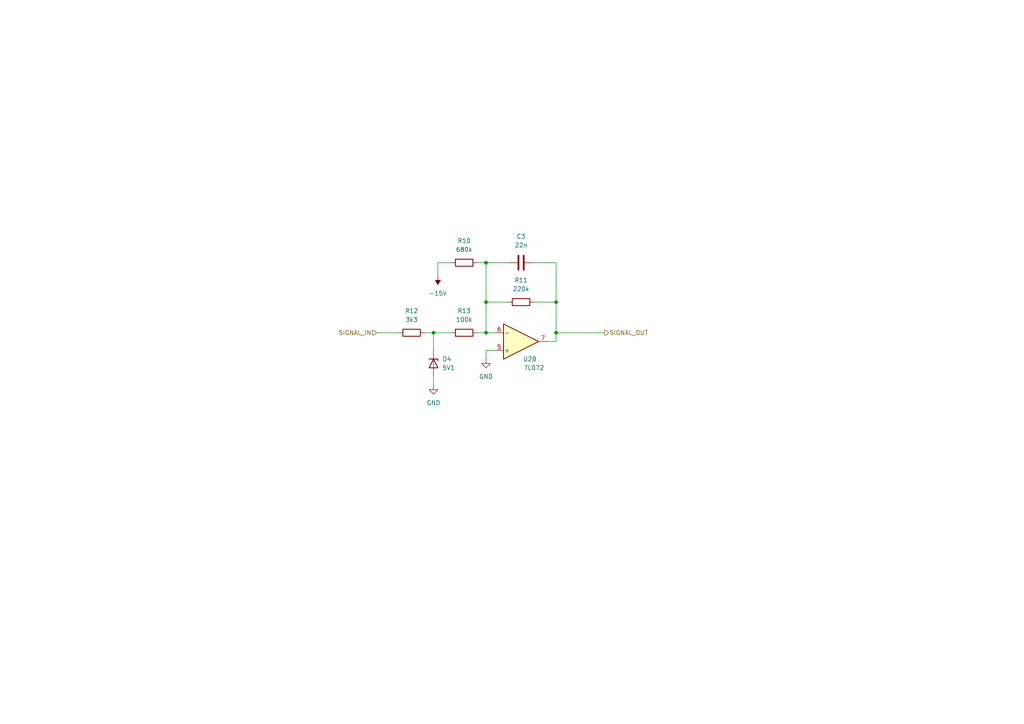
<source format=kicad_sch>
(kicad_sch (version 20211123) (generator eeschema)
  (paper "A4")
  (title_block (title "M.S.M. Stereo Lowpass Filter Pedal") (date "2022-05-22") (rev "0") (comment 2 "creativecommons.org/licenses/by/4.0") (comment 3 "License: CC by 4.0") (comment 4 "Author: Jordan Aceto"))
  (lib_symbols
    (symbol "Amplifier_Operational:TL072" (pin_names (offset 0.127))
      (property "Reference" "U" (at 0 5.08 0))
      (property "Value" "TL072" (at 0 -5.08 0))
      (symbol "TL072_1_1"
        (polyline (pts (xy -5.08 5.08) (xy 5.08 0) (xy -5.08 -5.08) (xy -5.08 5.08)) (stroke (width 0.254)) (fill (type background)))
        (pin output line (at 7.62 0 180) (length 2.54) (name "~") (number "1"))
        (pin input line (at -7.62 -2.54 0) (length 2.54) (name "-") (number "2"))
        (pin input line (at -7.62 2.54 0) (length 2.54) (name "+") (number "3"))
      )
      (symbol "TL072_2_1"
        (polyline (pts (xy -5.08 5.08) (xy 5.08 0) (xy -5.08 -5.08) (xy -5.08 5.08)) (stroke (width 0.254)) (fill (type background)))
        (pin input line (at -7.62 2.54 0) (length 2.54) (name "+") (number "5"))
        (pin input line (at -7.62 -2.54 0) (length 2.54) (name "-") (number "6"))
        (pin output line (at 7.62 0 180) (length 2.54) (name "~") (number "7"))
      )
      (symbol "TL072_3_1"
        (pin power_in line (at -2.54 -7.62 90) (length 3.81) (name "V-") (number "4"))
        (pin power_in line (at -2.54 7.62 270) (length 3.81) (name "V+") (number "8"))
      )
    )
    (symbol "Device:C" (pin_numbers hide) (pin_names (offset 0.254))
      (property "Reference" "C" (at 0.635 2.54 0))
      (property "Value" "C" (at 0.635 -2.54 0))
      (symbol "C_0_1"
        (polyline (pts (xy -2.032 -0.762) (xy 2.032 -0.762)) (stroke (width 0.508)))
        (polyline (pts (xy -2.032 0.762) (xy 2.032 0.762)) (stroke (width 0.508)))
      )
      (symbol "C_1_1"
        (pin passive line (at 0 3.81 270) (length 2.794) (name "~") (number "1"))
        (pin passive line (at 0 -3.81 90) (length 2.794) (name "~") (number "2"))
      )
    )
    (symbol "Device:D_Zener" (pin_numbers hide) (pin_names (offset 1.016) hide)
      (property "Reference" "D" (at 0 2.54 0))
      (property "Value" "D_Zener" (at 0 -2.54 0))
      (symbol "D_Zener_0_1"
        (polyline (pts (xy 1.27 0) (xy -1.27 0)))
        (polyline (pts (xy -1.27 -1.27) (xy -1.27 1.27) (xy -0.762 1.27)) (stroke (width 0.254)))
        (polyline (pts (xy 1.27 -1.27) (xy 1.27 1.27) (xy -1.27 0) (xy 1.27 -1.27)) (stroke (width 0.254)))
      )
      (symbol "D_Zener_1_1"
        (pin passive line (at -3.81 0 0) (length 2.54) (name "K") (number "1"))
        (pin passive line (at 3.81 0 180) (length 2.54) (name "A") (number "2"))
      )
    )
    (symbol "Device:R" (pin_numbers hide) (pin_names (offset 0))
      (property "Reference" "R" (at 2.032 0 90))
      (property "Value" "R" (at 0 0 90))
      (symbol "R_0_1"
        (rectangle (start -1.016 -2.54) (end 1.016 2.54) (stroke (width 0.254)))
      )
      (symbol "R_1_1"
        (pin passive line (at 0 3.81 270) (length 1.27) (name "~") (number "1"))
        (pin passive line (at 0 -3.81 90) (length 1.27) (name "~") (number "2"))
      )
    )
    (symbol "power:-15V" (power) (pin_names (offset 0))
      (property "Value" "-15V" (at 0 3.81 0))
      (symbol "-15V_0_0"
        (pin power_in line (at 0 0 90) (length 0) hide (name "-15V") (number "1"))
      )
      (symbol "-15V_0_1"
        (polyline (pts (xy 0 0) (xy 0 1.27) (xy 0.762 1.27) (xy 0 2.54) (xy -0.762 1.27) (xy 0 1.27)) (fill (type outline)))
      )
    )
    (symbol "power:GND" (power) (pin_names (offset 0))
      (property "Value" "GND" (at 0 -3.81 0))
      (symbol "GND_0_1"
        (polyline (pts (xy 0 0) (xy 0 -1.27) (xy 1.27 -1.27) (xy 0 -2.54) (xy -1.27 -1.27) (xy 0 -1.27)))
      )
      (symbol "GND_1_1"
        (pin power_in line (at 0 0 270) (length 0) hide (name "GND") (number "1"))
      )
    )
  )
  (junction (at 140.97 96.52))
  (junction (at 140.97 76.2))
  (junction (at 140.97 87.63))
  (junction (at 161.29 96.52))
  (junction (at 125.73 96.52))
  (junction (at 161.29 87.63))
  (wire (pts (xy 161.29 96.52) (xy 175.26 96.52)))
  (wire (pts (xy 140.97 101.6) (xy 140.97 104.14)))
  (wire (pts (xy 125.73 101.6) (xy 125.73 96.52)))
  (wire (pts (xy 161.29 76.2) (xy 161.29 87.63)))
  (wire (pts (xy 147.32 76.2) (xy 140.97 76.2)))
  (wire (pts (xy 140.97 87.63) (xy 147.32 87.63)))
  (wire (pts (xy 138.43 76.2) (xy 140.97 76.2)))
  (wire (pts (xy 125.73 109.22) (xy 125.73 111.76)))
  (wire (pts (xy 109.22 96.52) (xy 115.57 96.52)))
  (wire (pts (xy 158.75 99.06) (xy 161.29 99.06)))
  (wire (pts (xy 161.29 99.06) (xy 161.29 96.52)))
  (wire (pts (xy 138.43 96.52) (xy 140.97 96.52)))
  (wire (pts (xy 161.29 96.52) (xy 161.29 87.63)))
  (wire (pts (xy 127 76.2) (xy 127 80.01)))
  (wire (pts (xy 140.97 101.6) (xy 143.51 101.6)))
  (wire (pts (xy 125.73 96.52) (xy 123.19 96.52)))
  (wire (pts (xy 161.29 87.63) (xy 154.94 87.63)))
  (wire (pts (xy 154.94 76.2) (xy 161.29 76.2)))
  (wire (pts (xy 140.97 96.52) (xy 143.51 96.52)))
  (wire (pts (xy 140.97 76.2) (xy 140.97 87.63)))
  (wire (pts (xy 140.97 87.63) (xy 140.97 96.52)))
  (wire (pts (xy 125.73 96.52) (xy 130.81 96.52)))
  (wire (pts (xy 127 76.2) (xy 130.81 76.2)))
  (hierarchical_label "SIGNAL_OUT" (shape output) (at 175.26 96.52 0))
  (hierarchical_label "SIGNAL_IN" (shape input) (at 109.22 96.52 180))
  (symbol (lib_id "Device:R") (at 119.38 96.52 90) (unit 1)
    (property "Reference" "R12" (at 119.38 90.17 90))
    (property "Value" "3k3" (at 119.38 92.71 90))
    (property "Footprint" "Resistor_SMD:R_0805_2012Metric" (effects hide))
  )
  (symbol (lib_id "Device:R") (at 134.62 96.52 90) (unit 1)
    (property "Reference" "R13" (at 134.62 90.17 90))
    (property "Value" "100k" (at 134.62 92.71 90))
    (property "Footprint" "Resistor_SMD:R_0805_2012Metric" (effects hide))
  )
  (symbol (lib_id "power:GND") (at 125.73 111.76 0) (unit 1)
    (property "Reference" "#PWR015" (effects hide))
    (property "Value" "GND" (at 125.73 116.84 0))
  )
  (symbol (lib_id "Device:R") (at 134.62 76.2 90) (unit 1)
    (property "Reference" "R10" (at 134.62 69.85 90))
    (property "Value" "680k" (at 134.62 72.39 90))
    (property "Footprint" "Resistor_SMD:R_0805_2012Metric" (effects hide))
  )
  (symbol (lib_id "Device:R") (at 151.13 87.63 90) (unit 1)
    (property "Reference" "R11" (at 151.13 81.28 90))
    (property "Value" "220k" (at 151.13 83.82 90))
    (property "Footprint" "Resistor_SMD:R_0805_2012Metric" (effects hide))
  )
  (symbol (lib_id "Device:C") (at 151.13 76.2 90) (unit 1)
    (property "Reference" "C3" (at 151.13 68.58 90))
    (property "Value" "22n" (at 151.13 71.12 90))
    (property "Footprint" "Capacitor_SMD:C_0805_2012Metric" (effects hide))
  )
  (symbol (lib_id "Amplifier_Operational:TL072") (at 151.13 99.06 0) (mirror x) (unit 2)
    (property "Reference" "U2" (at 153.67 104.14 0))
    (property "Value" "TL072" (at 154.94 106.68 0))
    (property "Footprint" "Package_SO:SOIC-8_3.9x4.9mm_P1.27mm" (effects hide))
    (property "Datasheet" "http://www.ti.com/lit/ds/symlink/tl071.pdf" (effects hide))
  )
  (symbol (lib_id "power:GND") (at 140.97 104.14 0) (unit 1)
    (property "Reference" "#PWR014" (effects hide))
    (property "Value" "GND" (at 140.97 109.22 0))
  )
  (symbol (lib_id "power:-15V") (at 127 80.01 180) (unit 1)
    (property "Reference" "#PWR013" (effects hide))
    (property "Value" "-15V" (at 127 85.09 0))
  )
  (symbol (lib_id "Device:D_Zener") (at 125.73 105.41 270) (unit 1)
    (property "Reference" "D4" (at 128.27 104.1399 90) (effects (justify left)))
    (property "Value" "5V1" (at 128.27 106.6799 90) (effects (justify left)))
    (property "Footprint" "Diode_SMD:D_SOD-123" (effects hide))
  )
)
</source>
